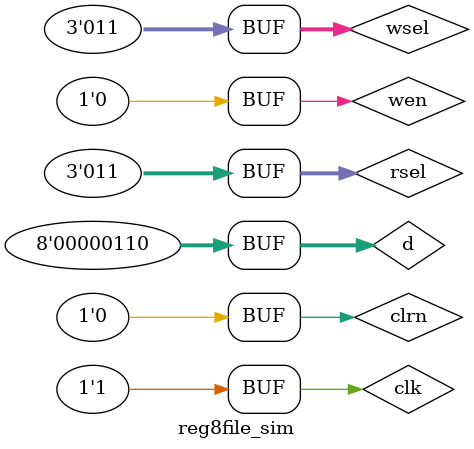
<source format=v>
`timescale 1ns / 1ps


module reg8file_sim(

    );
    reg clk;
    reg clrn;
    reg wen;
    reg[7:0] d;
    wire[7:0] q;
    reg[2:0] wsel;
    reg[2:0] rsel;
    reg8file_ip reg_sim(
        .clk(clk),
        .clrn(clrn),
        .wen(wen),
        .d(d),
        .wsel(wsel),
        .rsel(rsel),
        .q(q)
    );

    initial begin
    #0 begin clrn=0;clk=0;wen=0;wsel=3'b001;rsel=3'b001;d=8'b0000001;end //ÇåÁã¶Ë¿ª×Å£¬²»»áÁÁ
    #5 begin clrn=1;end //ÇåÁã¶Ë¹Ø±Õ Ò²Ã»±ä»¯£¬ÒòÎªclk²»ÔÚÉÏÉýÑØ
    #5 begin clk=1;end  //ÉÏÉýÑØ
    #10 begin clk=0;wsel=3'b010;rsel=3'b010;d=8'b0000010;end //¶þºÅ¼Ä´æÆ÷´æ2
    #10 begin clk=1;end
    #10 begin clk=0;d=8'b0000011;end //¶þºÅ¼Ä´æÆ÷´æ3 
    #10 begin clk=1;end
    #10 begin clk=0;wen=1;d=8'b0000100;end //¹Ø±ÕÊ¹ÄÜ£¬¶þºÅ¼Ä´æÆ÷ÖµÃ»±ä
    #10 begin clk=1;end
    #10 begin clk=0;wsel=3'b011;rsel=3'b011;d=8'b0000110;end //Ê¹ÄÜÎ´¿ª£¬ÈýºÅ¼Ä´æÆ÷´æ2Ê§°Ü
    #10 begin clk=1;end
    #10 begin clk=0;wen=0;end //Ê¹ÄÜ´ò¿ª£¬¶þºÅ¼Ä´æÆ÷³É¹¦´æ3 
    #10 begin clk=1;end
    #10 begin clk=0;clrn=0;end//ÇåÁã
    #10 begin clk=1;end
    end
endmodule


</source>
